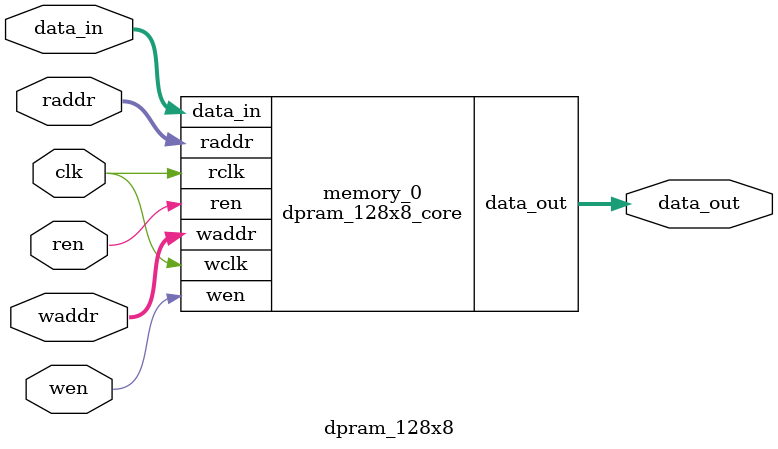
<source format=v>
module dpram_128x8_core (
  input wclk,
  input wen,
  input [0:6] waddr,
  input [0:7] data_in,
  input rclk,
  input ren,
  input [0:6] raddr,
  output [0:7] data_out );

  reg [0:7] ram[0:127];
  reg [0:7] internal;

  assign data_out = internal;

  always @(posedge wclk) begin
    if(wen) begin
      ram[waddr] <= data_in;
    end
  end

  always @(posedge rclk) begin
    if(ren) begin
      internal <= ram[raddr];
    end
  end

endmodule

//-----------------------------
// Dual-port RAM 128x8 bit (1Kbit) wrapper
// where the read clock and write clock
// are combined to a unified clock
//-----------------------------
module dpram_128x8 (
  input clk,
  input wen,
  input ren,
  input [0:6] waddr,
  input [0:6] raddr,
  input [0:7] data_in,
  output [0:7] data_out );

    dpram_128x8_core memory_0 (
      .wclk    (clk),
      .wen    (wen),
      .waddr    (waddr),
      .data_in  (data_in),
      .rclk    (clk),
      .ren    (ren),
      .raddr    (raddr),
      .data_out    (data_out) );

endmodule
</source>
